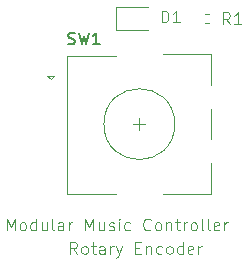
<source format=gto>
%TF.GenerationSoftware,KiCad,Pcbnew,9.0.5-1.fc42*%
%TF.CreationDate,2025-12-03T05:13:32+01:00*%
%TF.ProjectId,Block-RotaryEncoder,426c6f63-6b2d-4526-9f74-617279456e63,1*%
%TF.SameCoordinates,Original*%
%TF.FileFunction,Legend,Top*%
%TF.FilePolarity,Positive*%
%FSLAX46Y46*%
G04 Gerber Fmt 4.6, Leading zero omitted, Abs format (unit mm)*
G04 Created by KiCad (PCBNEW 9.0.5-1.fc42) date 2025-12-03 05:13:32*
%MOMM*%
%LPD*%
G01*
G04 APERTURE LIST*
%ADD10C,0.125000*%
%ADD11C,0.150000*%
%ADD12C,0.120000*%
G04 APERTURE END LIST*
D10*
X134038559Y-124661119D02*
X133705226Y-124184928D01*
X133467131Y-124661119D02*
X133467131Y-123661119D01*
X133467131Y-123661119D02*
X133848083Y-123661119D01*
X133848083Y-123661119D02*
X133943321Y-123708738D01*
X133943321Y-123708738D02*
X133990940Y-123756357D01*
X133990940Y-123756357D02*
X134038559Y-123851595D01*
X134038559Y-123851595D02*
X134038559Y-123994452D01*
X134038559Y-123994452D02*
X133990940Y-124089690D01*
X133990940Y-124089690D02*
X133943321Y-124137309D01*
X133943321Y-124137309D02*
X133848083Y-124184928D01*
X133848083Y-124184928D02*
X133467131Y-124184928D01*
X134609988Y-124661119D02*
X134514750Y-124613500D01*
X134514750Y-124613500D02*
X134467131Y-124565880D01*
X134467131Y-124565880D02*
X134419512Y-124470642D01*
X134419512Y-124470642D02*
X134419512Y-124184928D01*
X134419512Y-124184928D02*
X134467131Y-124089690D01*
X134467131Y-124089690D02*
X134514750Y-124042071D01*
X134514750Y-124042071D02*
X134609988Y-123994452D01*
X134609988Y-123994452D02*
X134752845Y-123994452D01*
X134752845Y-123994452D02*
X134848083Y-124042071D01*
X134848083Y-124042071D02*
X134895702Y-124089690D01*
X134895702Y-124089690D02*
X134943321Y-124184928D01*
X134943321Y-124184928D02*
X134943321Y-124470642D01*
X134943321Y-124470642D02*
X134895702Y-124565880D01*
X134895702Y-124565880D02*
X134848083Y-124613500D01*
X134848083Y-124613500D02*
X134752845Y-124661119D01*
X134752845Y-124661119D02*
X134609988Y-124661119D01*
X135229036Y-123994452D02*
X135609988Y-123994452D01*
X135371893Y-123661119D02*
X135371893Y-124518261D01*
X135371893Y-124518261D02*
X135419512Y-124613500D01*
X135419512Y-124613500D02*
X135514750Y-124661119D01*
X135514750Y-124661119D02*
X135609988Y-124661119D01*
X136371893Y-124661119D02*
X136371893Y-124137309D01*
X136371893Y-124137309D02*
X136324274Y-124042071D01*
X136324274Y-124042071D02*
X136229036Y-123994452D01*
X136229036Y-123994452D02*
X136038560Y-123994452D01*
X136038560Y-123994452D02*
X135943322Y-124042071D01*
X136371893Y-124613500D02*
X136276655Y-124661119D01*
X136276655Y-124661119D02*
X136038560Y-124661119D01*
X136038560Y-124661119D02*
X135943322Y-124613500D01*
X135943322Y-124613500D02*
X135895703Y-124518261D01*
X135895703Y-124518261D02*
X135895703Y-124423023D01*
X135895703Y-124423023D02*
X135943322Y-124327785D01*
X135943322Y-124327785D02*
X136038560Y-124280166D01*
X136038560Y-124280166D02*
X136276655Y-124280166D01*
X136276655Y-124280166D02*
X136371893Y-124232547D01*
X136848084Y-124661119D02*
X136848084Y-123994452D01*
X136848084Y-124184928D02*
X136895703Y-124089690D01*
X136895703Y-124089690D02*
X136943322Y-124042071D01*
X136943322Y-124042071D02*
X137038560Y-123994452D01*
X137038560Y-123994452D02*
X137133798Y-123994452D01*
X137371894Y-123994452D02*
X137609989Y-124661119D01*
X137848084Y-123994452D02*
X137609989Y-124661119D01*
X137609989Y-124661119D02*
X137514751Y-124899214D01*
X137514751Y-124899214D02*
X137467132Y-124946833D01*
X137467132Y-124946833D02*
X137371894Y-124994452D01*
X138990942Y-124137309D02*
X139324275Y-124137309D01*
X139467132Y-124661119D02*
X138990942Y-124661119D01*
X138990942Y-124661119D02*
X138990942Y-123661119D01*
X138990942Y-123661119D02*
X139467132Y-123661119D01*
X139895704Y-123994452D02*
X139895704Y-124661119D01*
X139895704Y-124089690D02*
X139943323Y-124042071D01*
X139943323Y-124042071D02*
X140038561Y-123994452D01*
X140038561Y-123994452D02*
X140181418Y-123994452D01*
X140181418Y-123994452D02*
X140276656Y-124042071D01*
X140276656Y-124042071D02*
X140324275Y-124137309D01*
X140324275Y-124137309D02*
X140324275Y-124661119D01*
X141229037Y-124613500D02*
X141133799Y-124661119D01*
X141133799Y-124661119D02*
X140943323Y-124661119D01*
X140943323Y-124661119D02*
X140848085Y-124613500D01*
X140848085Y-124613500D02*
X140800466Y-124565880D01*
X140800466Y-124565880D02*
X140752847Y-124470642D01*
X140752847Y-124470642D02*
X140752847Y-124184928D01*
X140752847Y-124184928D02*
X140800466Y-124089690D01*
X140800466Y-124089690D02*
X140848085Y-124042071D01*
X140848085Y-124042071D02*
X140943323Y-123994452D01*
X140943323Y-123994452D02*
X141133799Y-123994452D01*
X141133799Y-123994452D02*
X141229037Y-124042071D01*
X141800466Y-124661119D02*
X141705228Y-124613500D01*
X141705228Y-124613500D02*
X141657609Y-124565880D01*
X141657609Y-124565880D02*
X141609990Y-124470642D01*
X141609990Y-124470642D02*
X141609990Y-124184928D01*
X141609990Y-124184928D02*
X141657609Y-124089690D01*
X141657609Y-124089690D02*
X141705228Y-124042071D01*
X141705228Y-124042071D02*
X141800466Y-123994452D01*
X141800466Y-123994452D02*
X141943323Y-123994452D01*
X141943323Y-123994452D02*
X142038561Y-124042071D01*
X142038561Y-124042071D02*
X142086180Y-124089690D01*
X142086180Y-124089690D02*
X142133799Y-124184928D01*
X142133799Y-124184928D02*
X142133799Y-124470642D01*
X142133799Y-124470642D02*
X142086180Y-124565880D01*
X142086180Y-124565880D02*
X142038561Y-124613500D01*
X142038561Y-124613500D02*
X141943323Y-124661119D01*
X141943323Y-124661119D02*
X141800466Y-124661119D01*
X142990942Y-124661119D02*
X142990942Y-123661119D01*
X142990942Y-124613500D02*
X142895704Y-124661119D01*
X142895704Y-124661119D02*
X142705228Y-124661119D01*
X142705228Y-124661119D02*
X142609990Y-124613500D01*
X142609990Y-124613500D02*
X142562371Y-124565880D01*
X142562371Y-124565880D02*
X142514752Y-124470642D01*
X142514752Y-124470642D02*
X142514752Y-124184928D01*
X142514752Y-124184928D02*
X142562371Y-124089690D01*
X142562371Y-124089690D02*
X142609990Y-124042071D01*
X142609990Y-124042071D02*
X142705228Y-123994452D01*
X142705228Y-123994452D02*
X142895704Y-123994452D01*
X142895704Y-123994452D02*
X142990942Y-124042071D01*
X143848085Y-124613500D02*
X143752847Y-124661119D01*
X143752847Y-124661119D02*
X143562371Y-124661119D01*
X143562371Y-124661119D02*
X143467133Y-124613500D01*
X143467133Y-124613500D02*
X143419514Y-124518261D01*
X143419514Y-124518261D02*
X143419514Y-124137309D01*
X143419514Y-124137309D02*
X143467133Y-124042071D01*
X143467133Y-124042071D02*
X143562371Y-123994452D01*
X143562371Y-123994452D02*
X143752847Y-123994452D01*
X143752847Y-123994452D02*
X143848085Y-124042071D01*
X143848085Y-124042071D02*
X143895704Y-124137309D01*
X143895704Y-124137309D02*
X143895704Y-124232547D01*
X143895704Y-124232547D02*
X143419514Y-124327785D01*
X144324276Y-124661119D02*
X144324276Y-123994452D01*
X144324276Y-124184928D02*
X144371895Y-124089690D01*
X144371895Y-124089690D02*
X144419514Y-124042071D01*
X144419514Y-124042071D02*
X144514752Y-123994452D01*
X144514752Y-123994452D02*
X144609990Y-123994452D01*
X128082331Y-122656319D02*
X128082331Y-121656319D01*
X128082331Y-121656319D02*
X128415664Y-122370604D01*
X128415664Y-122370604D02*
X128748997Y-121656319D01*
X128748997Y-121656319D02*
X128748997Y-122656319D01*
X129368045Y-122656319D02*
X129272807Y-122608700D01*
X129272807Y-122608700D02*
X129225188Y-122561080D01*
X129225188Y-122561080D02*
X129177569Y-122465842D01*
X129177569Y-122465842D02*
X129177569Y-122180128D01*
X129177569Y-122180128D02*
X129225188Y-122084890D01*
X129225188Y-122084890D02*
X129272807Y-122037271D01*
X129272807Y-122037271D02*
X129368045Y-121989652D01*
X129368045Y-121989652D02*
X129510902Y-121989652D01*
X129510902Y-121989652D02*
X129606140Y-122037271D01*
X129606140Y-122037271D02*
X129653759Y-122084890D01*
X129653759Y-122084890D02*
X129701378Y-122180128D01*
X129701378Y-122180128D02*
X129701378Y-122465842D01*
X129701378Y-122465842D02*
X129653759Y-122561080D01*
X129653759Y-122561080D02*
X129606140Y-122608700D01*
X129606140Y-122608700D02*
X129510902Y-122656319D01*
X129510902Y-122656319D02*
X129368045Y-122656319D01*
X130558521Y-122656319D02*
X130558521Y-121656319D01*
X130558521Y-122608700D02*
X130463283Y-122656319D01*
X130463283Y-122656319D02*
X130272807Y-122656319D01*
X130272807Y-122656319D02*
X130177569Y-122608700D01*
X130177569Y-122608700D02*
X130129950Y-122561080D01*
X130129950Y-122561080D02*
X130082331Y-122465842D01*
X130082331Y-122465842D02*
X130082331Y-122180128D01*
X130082331Y-122180128D02*
X130129950Y-122084890D01*
X130129950Y-122084890D02*
X130177569Y-122037271D01*
X130177569Y-122037271D02*
X130272807Y-121989652D01*
X130272807Y-121989652D02*
X130463283Y-121989652D01*
X130463283Y-121989652D02*
X130558521Y-122037271D01*
X131463283Y-121989652D02*
X131463283Y-122656319D01*
X131034712Y-121989652D02*
X131034712Y-122513461D01*
X131034712Y-122513461D02*
X131082331Y-122608700D01*
X131082331Y-122608700D02*
X131177569Y-122656319D01*
X131177569Y-122656319D02*
X131320426Y-122656319D01*
X131320426Y-122656319D02*
X131415664Y-122608700D01*
X131415664Y-122608700D02*
X131463283Y-122561080D01*
X132082331Y-122656319D02*
X131987093Y-122608700D01*
X131987093Y-122608700D02*
X131939474Y-122513461D01*
X131939474Y-122513461D02*
X131939474Y-121656319D01*
X132891855Y-122656319D02*
X132891855Y-122132509D01*
X132891855Y-122132509D02*
X132844236Y-122037271D01*
X132844236Y-122037271D02*
X132748998Y-121989652D01*
X132748998Y-121989652D02*
X132558522Y-121989652D01*
X132558522Y-121989652D02*
X132463284Y-122037271D01*
X132891855Y-122608700D02*
X132796617Y-122656319D01*
X132796617Y-122656319D02*
X132558522Y-122656319D01*
X132558522Y-122656319D02*
X132463284Y-122608700D01*
X132463284Y-122608700D02*
X132415665Y-122513461D01*
X132415665Y-122513461D02*
X132415665Y-122418223D01*
X132415665Y-122418223D02*
X132463284Y-122322985D01*
X132463284Y-122322985D02*
X132558522Y-122275366D01*
X132558522Y-122275366D02*
X132796617Y-122275366D01*
X132796617Y-122275366D02*
X132891855Y-122227747D01*
X133368046Y-122656319D02*
X133368046Y-121989652D01*
X133368046Y-122180128D02*
X133415665Y-122084890D01*
X133415665Y-122084890D02*
X133463284Y-122037271D01*
X133463284Y-122037271D02*
X133558522Y-121989652D01*
X133558522Y-121989652D02*
X133653760Y-121989652D01*
X134748999Y-122656319D02*
X134748999Y-121656319D01*
X134748999Y-121656319D02*
X135082332Y-122370604D01*
X135082332Y-122370604D02*
X135415665Y-121656319D01*
X135415665Y-121656319D02*
X135415665Y-122656319D01*
X136320427Y-121989652D02*
X136320427Y-122656319D01*
X135891856Y-121989652D02*
X135891856Y-122513461D01*
X135891856Y-122513461D02*
X135939475Y-122608700D01*
X135939475Y-122608700D02*
X136034713Y-122656319D01*
X136034713Y-122656319D02*
X136177570Y-122656319D01*
X136177570Y-122656319D02*
X136272808Y-122608700D01*
X136272808Y-122608700D02*
X136320427Y-122561080D01*
X136748999Y-122608700D02*
X136844237Y-122656319D01*
X136844237Y-122656319D02*
X137034713Y-122656319D01*
X137034713Y-122656319D02*
X137129951Y-122608700D01*
X137129951Y-122608700D02*
X137177570Y-122513461D01*
X137177570Y-122513461D02*
X137177570Y-122465842D01*
X137177570Y-122465842D02*
X137129951Y-122370604D01*
X137129951Y-122370604D02*
X137034713Y-122322985D01*
X137034713Y-122322985D02*
X136891856Y-122322985D01*
X136891856Y-122322985D02*
X136796618Y-122275366D01*
X136796618Y-122275366D02*
X136748999Y-122180128D01*
X136748999Y-122180128D02*
X136748999Y-122132509D01*
X136748999Y-122132509D02*
X136796618Y-122037271D01*
X136796618Y-122037271D02*
X136891856Y-121989652D01*
X136891856Y-121989652D02*
X137034713Y-121989652D01*
X137034713Y-121989652D02*
X137129951Y-122037271D01*
X137606142Y-122656319D02*
X137606142Y-121989652D01*
X137606142Y-121656319D02*
X137558523Y-121703938D01*
X137558523Y-121703938D02*
X137606142Y-121751557D01*
X137606142Y-121751557D02*
X137653761Y-121703938D01*
X137653761Y-121703938D02*
X137606142Y-121656319D01*
X137606142Y-121656319D02*
X137606142Y-121751557D01*
X138510903Y-122608700D02*
X138415665Y-122656319D01*
X138415665Y-122656319D02*
X138225189Y-122656319D01*
X138225189Y-122656319D02*
X138129951Y-122608700D01*
X138129951Y-122608700D02*
X138082332Y-122561080D01*
X138082332Y-122561080D02*
X138034713Y-122465842D01*
X138034713Y-122465842D02*
X138034713Y-122180128D01*
X138034713Y-122180128D02*
X138082332Y-122084890D01*
X138082332Y-122084890D02*
X138129951Y-122037271D01*
X138129951Y-122037271D02*
X138225189Y-121989652D01*
X138225189Y-121989652D02*
X138415665Y-121989652D01*
X138415665Y-121989652D02*
X138510903Y-122037271D01*
X140272808Y-122561080D02*
X140225189Y-122608700D01*
X140225189Y-122608700D02*
X140082332Y-122656319D01*
X140082332Y-122656319D02*
X139987094Y-122656319D01*
X139987094Y-122656319D02*
X139844237Y-122608700D01*
X139844237Y-122608700D02*
X139748999Y-122513461D01*
X139748999Y-122513461D02*
X139701380Y-122418223D01*
X139701380Y-122418223D02*
X139653761Y-122227747D01*
X139653761Y-122227747D02*
X139653761Y-122084890D01*
X139653761Y-122084890D02*
X139701380Y-121894414D01*
X139701380Y-121894414D02*
X139748999Y-121799176D01*
X139748999Y-121799176D02*
X139844237Y-121703938D01*
X139844237Y-121703938D02*
X139987094Y-121656319D01*
X139987094Y-121656319D02*
X140082332Y-121656319D01*
X140082332Y-121656319D02*
X140225189Y-121703938D01*
X140225189Y-121703938D02*
X140272808Y-121751557D01*
X140844237Y-122656319D02*
X140748999Y-122608700D01*
X140748999Y-122608700D02*
X140701380Y-122561080D01*
X140701380Y-122561080D02*
X140653761Y-122465842D01*
X140653761Y-122465842D02*
X140653761Y-122180128D01*
X140653761Y-122180128D02*
X140701380Y-122084890D01*
X140701380Y-122084890D02*
X140748999Y-122037271D01*
X140748999Y-122037271D02*
X140844237Y-121989652D01*
X140844237Y-121989652D02*
X140987094Y-121989652D01*
X140987094Y-121989652D02*
X141082332Y-122037271D01*
X141082332Y-122037271D02*
X141129951Y-122084890D01*
X141129951Y-122084890D02*
X141177570Y-122180128D01*
X141177570Y-122180128D02*
X141177570Y-122465842D01*
X141177570Y-122465842D02*
X141129951Y-122561080D01*
X141129951Y-122561080D02*
X141082332Y-122608700D01*
X141082332Y-122608700D02*
X140987094Y-122656319D01*
X140987094Y-122656319D02*
X140844237Y-122656319D01*
X141606142Y-121989652D02*
X141606142Y-122656319D01*
X141606142Y-122084890D02*
X141653761Y-122037271D01*
X141653761Y-122037271D02*
X141748999Y-121989652D01*
X141748999Y-121989652D02*
X141891856Y-121989652D01*
X141891856Y-121989652D02*
X141987094Y-122037271D01*
X141987094Y-122037271D02*
X142034713Y-122132509D01*
X142034713Y-122132509D02*
X142034713Y-122656319D01*
X142368047Y-121989652D02*
X142748999Y-121989652D01*
X142510904Y-121656319D02*
X142510904Y-122513461D01*
X142510904Y-122513461D02*
X142558523Y-122608700D01*
X142558523Y-122608700D02*
X142653761Y-122656319D01*
X142653761Y-122656319D02*
X142748999Y-122656319D01*
X143082333Y-122656319D02*
X143082333Y-121989652D01*
X143082333Y-122180128D02*
X143129952Y-122084890D01*
X143129952Y-122084890D02*
X143177571Y-122037271D01*
X143177571Y-122037271D02*
X143272809Y-121989652D01*
X143272809Y-121989652D02*
X143368047Y-121989652D01*
X143844238Y-122656319D02*
X143749000Y-122608700D01*
X143749000Y-122608700D02*
X143701381Y-122561080D01*
X143701381Y-122561080D02*
X143653762Y-122465842D01*
X143653762Y-122465842D02*
X143653762Y-122180128D01*
X143653762Y-122180128D02*
X143701381Y-122084890D01*
X143701381Y-122084890D02*
X143749000Y-122037271D01*
X143749000Y-122037271D02*
X143844238Y-121989652D01*
X143844238Y-121989652D02*
X143987095Y-121989652D01*
X143987095Y-121989652D02*
X144082333Y-122037271D01*
X144082333Y-122037271D02*
X144129952Y-122084890D01*
X144129952Y-122084890D02*
X144177571Y-122180128D01*
X144177571Y-122180128D02*
X144177571Y-122465842D01*
X144177571Y-122465842D02*
X144129952Y-122561080D01*
X144129952Y-122561080D02*
X144082333Y-122608700D01*
X144082333Y-122608700D02*
X143987095Y-122656319D01*
X143987095Y-122656319D02*
X143844238Y-122656319D01*
X144749000Y-122656319D02*
X144653762Y-122608700D01*
X144653762Y-122608700D02*
X144606143Y-122513461D01*
X144606143Y-122513461D02*
X144606143Y-121656319D01*
X145272810Y-122656319D02*
X145177572Y-122608700D01*
X145177572Y-122608700D02*
X145129953Y-122513461D01*
X145129953Y-122513461D02*
X145129953Y-121656319D01*
X146034715Y-122608700D02*
X145939477Y-122656319D01*
X145939477Y-122656319D02*
X145749001Y-122656319D01*
X145749001Y-122656319D02*
X145653763Y-122608700D01*
X145653763Y-122608700D02*
X145606144Y-122513461D01*
X145606144Y-122513461D02*
X145606144Y-122132509D01*
X145606144Y-122132509D02*
X145653763Y-122037271D01*
X145653763Y-122037271D02*
X145749001Y-121989652D01*
X145749001Y-121989652D02*
X145939477Y-121989652D01*
X145939477Y-121989652D02*
X146034715Y-122037271D01*
X146034715Y-122037271D02*
X146082334Y-122132509D01*
X146082334Y-122132509D02*
X146082334Y-122227747D01*
X146082334Y-122227747D02*
X145606144Y-122322985D01*
X146510906Y-122656319D02*
X146510906Y-121989652D01*
X146510906Y-122180128D02*
X146558525Y-122084890D01*
X146558525Y-122084890D02*
X146606144Y-122037271D01*
X146606144Y-122037271D02*
X146701382Y-121989652D01*
X146701382Y-121989652D02*
X146796620Y-121989652D01*
D11*
X133281667Y-106872200D02*
X133424524Y-106919819D01*
X133424524Y-106919819D02*
X133662619Y-106919819D01*
X133662619Y-106919819D02*
X133757857Y-106872200D01*
X133757857Y-106872200D02*
X133805476Y-106824580D01*
X133805476Y-106824580D02*
X133853095Y-106729342D01*
X133853095Y-106729342D02*
X133853095Y-106634104D01*
X133853095Y-106634104D02*
X133805476Y-106538866D01*
X133805476Y-106538866D02*
X133757857Y-106491247D01*
X133757857Y-106491247D02*
X133662619Y-106443628D01*
X133662619Y-106443628D02*
X133472143Y-106396009D01*
X133472143Y-106396009D02*
X133376905Y-106348390D01*
X133376905Y-106348390D02*
X133329286Y-106300771D01*
X133329286Y-106300771D02*
X133281667Y-106205533D01*
X133281667Y-106205533D02*
X133281667Y-106110295D01*
X133281667Y-106110295D02*
X133329286Y-106015057D01*
X133329286Y-106015057D02*
X133376905Y-105967438D01*
X133376905Y-105967438D02*
X133472143Y-105919819D01*
X133472143Y-105919819D02*
X133710238Y-105919819D01*
X133710238Y-105919819D02*
X133853095Y-105967438D01*
X134186429Y-105919819D02*
X134424524Y-106919819D01*
X134424524Y-106919819D02*
X134615000Y-106205533D01*
X134615000Y-106205533D02*
X134805476Y-106919819D01*
X134805476Y-106919819D02*
X135043572Y-105919819D01*
X135948333Y-106919819D02*
X135376905Y-106919819D01*
X135662619Y-106919819D02*
X135662619Y-105919819D01*
X135662619Y-105919819D02*
X135567381Y-106062676D01*
X135567381Y-106062676D02*
X135472143Y-106157914D01*
X135472143Y-106157914D02*
X135376905Y-106205533D01*
D10*
X141199405Y-105053319D02*
X141199405Y-104053319D01*
X141199405Y-104053319D02*
X141437500Y-104053319D01*
X141437500Y-104053319D02*
X141580357Y-104100938D01*
X141580357Y-104100938D02*
X141675595Y-104196176D01*
X141675595Y-104196176D02*
X141723214Y-104291414D01*
X141723214Y-104291414D02*
X141770833Y-104481890D01*
X141770833Y-104481890D02*
X141770833Y-104624747D01*
X141770833Y-104624747D02*
X141723214Y-104815223D01*
X141723214Y-104815223D02*
X141675595Y-104910461D01*
X141675595Y-104910461D02*
X141580357Y-105005700D01*
X141580357Y-105005700D02*
X141437500Y-105053319D01*
X141437500Y-105053319D02*
X141199405Y-105053319D01*
X142723214Y-105053319D02*
X142151786Y-105053319D01*
X142437500Y-105053319D02*
X142437500Y-104053319D01*
X142437500Y-104053319D02*
X142342262Y-104196176D01*
X142342262Y-104196176D02*
X142247024Y-104291414D01*
X142247024Y-104291414D02*
X142151786Y-104339033D01*
X146977533Y-105205719D02*
X146644200Y-104729528D01*
X146406105Y-105205719D02*
X146406105Y-104205719D01*
X146406105Y-104205719D02*
X146787057Y-104205719D01*
X146787057Y-104205719D02*
X146882295Y-104253338D01*
X146882295Y-104253338D02*
X146929914Y-104300957D01*
X146929914Y-104300957D02*
X146977533Y-104396195D01*
X146977533Y-104396195D02*
X146977533Y-104539052D01*
X146977533Y-104539052D02*
X146929914Y-104634290D01*
X146929914Y-104634290D02*
X146882295Y-104681909D01*
X146882295Y-104681909D02*
X146787057Y-104729528D01*
X146787057Y-104729528D02*
X146406105Y-104729528D01*
X147929914Y-105205719D02*
X147358486Y-105205719D01*
X147644200Y-105205719D02*
X147644200Y-104205719D01*
X147644200Y-104205719D02*
X147548962Y-104348576D01*
X147548962Y-104348576D02*
X147453724Y-104443814D01*
X147453724Y-104443814D02*
X147358486Y-104491433D01*
D12*
%TO.C,SW1*%
X131515000Y-109565000D02*
X132115000Y-109565000D01*
X131815000Y-109865000D02*
X131515000Y-109565000D01*
X132115000Y-109565000D02*
X131815000Y-109865000D01*
X133215000Y-107865000D02*
X133215000Y-119565000D01*
X137315000Y-107865000D02*
X133215000Y-107865000D01*
X137315000Y-119565000D02*
X133215000Y-119565000D01*
X138815000Y-113665000D02*
X139815000Y-113665000D01*
X139315000Y-113165000D02*
X139315000Y-114165000D01*
X141315000Y-107765000D02*
X145415000Y-107765000D01*
X145415000Y-107765000D02*
X145415000Y-110365000D01*
X145415000Y-112365000D02*
X145415000Y-114965000D01*
X145415000Y-116965000D02*
X145415000Y-119565000D01*
X145415000Y-119565000D02*
X141315000Y-119565000D01*
X142315000Y-113665000D02*
G75*
G02*
X136315000Y-113665000I-3000000J0D01*
G01*
X136315000Y-113665000D02*
G75*
G02*
X142315000Y-113665000I3000000J0D01*
G01*
%TO.C,D1*%
X137380000Y-103738800D02*
X137380000Y-105658800D01*
X137380000Y-105658800D02*
X140065000Y-105658800D01*
X140065000Y-103738800D02*
X137380000Y-103738800D01*
%TO.C,R1*%
X145215041Y-104318800D02*
X144907759Y-104318800D01*
X145215041Y-105078800D02*
X144907759Y-105078800D01*
%TD*%
M02*

</source>
